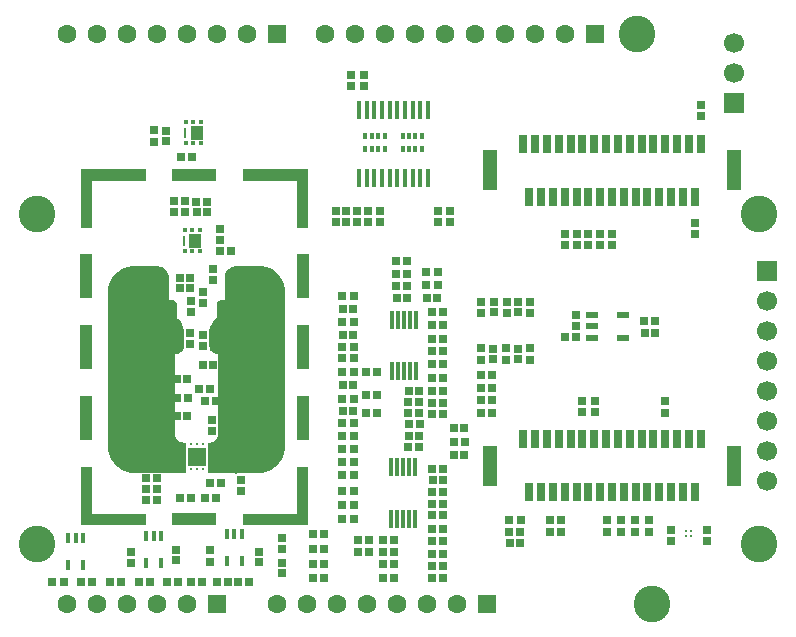
<source format=gts>
G04*
G04 #@! TF.GenerationSoftware,Altium Limited,Altium Designer,20.1.11 (218)*
G04*
G04 Layer_Color=10964583*
%FSLAX25Y25*%
%MOIN*%
G70*
G04*
G04 #@! TF.SameCoordinates,FBA81C19-FCCB-422B-9B6C-78DF9D3B5762*
G04*
G04*
G04 #@! TF.FilePolarity,Negative*
G04*
G01*
G75*
%ADD16R,0.04331X0.02362*%
%ADD17R,0.01772X0.05906*%
%ADD19R,0.14961X0.03937*%
%ADD20R,0.03937X0.14961*%
%ADD21R,0.01772X0.02362*%
%ADD22R,0.01181X0.02362*%
%ADD24R,0.00394X0.00984*%
%ADD25R,0.00984X0.00984*%
%ADD27R,0.02756X0.05906*%
%ADD28R,0.05118X0.13386*%
%ADD32C,0.01035*%
%ADD33R,0.01778X0.03747*%
%ADD34R,0.01575X0.06102*%
%ADD35R,0.02841X0.02684*%
%ADD36R,0.05906X0.05906*%
%ADD37R,0.00984X0.00984*%
%ADD38R,0.01384X0.01384*%
%ADD39R,0.00636X0.00872*%
%ADD40R,0.01378X0.01181*%
%ADD41R,0.04134X0.04921*%
%ADD42R,0.01102X0.03268*%
%ADD43R,0.02841X0.02959*%
%ADD44R,0.02959X0.02841*%
%ADD45R,0.02684X0.02841*%
%ADD46C,0.02368*%
%ADD47C,0.06306*%
%ADD48R,0.06306X0.06306*%
%ADD49C,0.06693*%
%ADD50R,0.06693X0.06693*%
%ADD51C,0.12211*%
%ADD52C,0.02565*%
%ADD53C,0.03747*%
G36*
X90985Y136335D02*
X87048D01*
Y152004D01*
X69135D01*
Y155941D01*
X90985D01*
Y136335D01*
D02*
G37*
G36*
X36851Y152004D02*
X18938D01*
Y136335D01*
X15001D01*
Y155941D01*
X36851D01*
Y152004D01*
D02*
G37*
G36*
X77134Y123285D02*
X78702Y122635D01*
X80113Y121692D01*
X81313Y120492D01*
X82256Y119081D01*
X82906Y117513D01*
X83237Y115849D01*
Y115000D01*
Y63662D01*
Y62780D01*
X82893Y61050D01*
X82218Y59421D01*
X81238Y57954D01*
X79990Y56707D01*
X78523Y55727D01*
X76894Y55051D01*
X75164Y54707D01*
X57386D01*
Y64363D01*
Y64425D01*
X57434Y64540D01*
X57522Y64628D01*
X57637Y64675D01*
X57699D01*
X58020Y64691D01*
X58648Y64816D01*
X59240Y65061D01*
X59773Y65417D01*
X60226Y65871D01*
X60582Y66404D01*
X60828Y66996D01*
X60953Y67624D01*
X60968Y67945D01*
Y94200D01*
X60670D01*
X60085Y94316D01*
X59534Y94545D01*
X59038Y94876D01*
X58616Y95298D01*
X58285Y95794D01*
X58056Y96345D01*
X57940Y96930D01*
Y97228D01*
Y101351D01*
Y101998D01*
X58193Y103269D01*
X58688Y104465D01*
X59408Y105542D01*
X59866Y106000D01*
X59993Y106141D01*
X60204Y106456D01*
X60349Y106806D01*
X60423Y107178D01*
X60432Y107368D01*
Y110900D01*
Y111179D01*
X60646Y111693D01*
X61039Y112087D01*
X61554Y112300D01*
X62601D01*
X62698Y112310D01*
X62879Y112384D01*
X63017Y112522D01*
X63091Y112703D01*
X63101Y112800D01*
Y119834D01*
Y120206D01*
X63246Y120937D01*
X63531Y121625D01*
X63945Y122245D01*
X64472Y122771D01*
X65092Y123185D01*
X65780Y123470D01*
X66511Y123616D01*
X75469D01*
X77134Y123285D01*
D02*
G37*
G36*
X41710Y123470D02*
X42398Y123185D01*
X43018Y122771D01*
X43544Y122245D01*
X43958Y121625D01*
X44243Y120937D01*
X44389Y120206D01*
Y119834D01*
Y112800D01*
X44398Y112703D01*
X44473Y112522D01*
X44611Y112384D01*
X44791Y112310D01*
X44889Y112300D01*
X45936D01*
X46450Y112087D01*
X46844Y111693D01*
X47057Y111179D01*
Y110900D01*
Y107368D01*
X47067Y107178D01*
X47140Y106806D01*
X47286Y106456D01*
X47496Y106141D01*
X47624Y106000D01*
X48081Y105542D01*
X48801Y104465D01*
X49297Y103269D01*
X49549Y101998D01*
Y101351D01*
Y97228D01*
Y96930D01*
X49433Y96345D01*
X49205Y95794D01*
X48873Y95298D01*
X48452Y94876D01*
X47956Y94545D01*
X47405Y94316D01*
X46819Y94200D01*
X46521D01*
Y67945D01*
X46537Y67624D01*
X46662Y66996D01*
X46907Y66404D01*
X47263Y65871D01*
X47716Y65417D01*
X48249Y65061D01*
X48841Y64816D01*
X49470Y64691D01*
X49790Y64675D01*
X49852D01*
X49967Y64628D01*
X50055Y64540D01*
X50103Y64425D01*
Y64363D01*
Y54707D01*
X32326D01*
X30596Y55051D01*
X28966Y55727D01*
X27499Y56707D01*
X26252Y57954D01*
X25272Y59421D01*
X24597Y61050D01*
X24253Y62780D01*
Y63662D01*
Y115000D01*
Y115849D01*
X24584Y117513D01*
X25233Y119081D01*
X26176Y120492D01*
X27376Y121692D01*
X28787Y122635D01*
X30356Y123285D01*
X32020Y123616D01*
X40979D01*
X41710Y123470D01*
D02*
G37*
G36*
X90985Y37201D02*
X69135D01*
Y41138D01*
X87048D01*
Y56807D01*
X90985D01*
Y37201D01*
D02*
G37*
G36*
X18938Y41138D02*
X36851D01*
Y37201D01*
X15001D01*
Y56807D01*
X18938D01*
Y41138D01*
D02*
G37*
D16*
X185492Y107220D02*
D03*
Y103479D02*
D03*
Y99739D02*
D03*
X195728D02*
D03*
Y107220D02*
D03*
D17*
X107857Y175729D02*
D03*
X110415D02*
D03*
X112975D02*
D03*
X115534D02*
D03*
X118093D02*
D03*
X125770D02*
D03*
X128329D02*
D03*
X130888D02*
D03*
Y152894D02*
D03*
X128329D02*
D03*
X125770D02*
D03*
X118093D02*
D03*
X115534D02*
D03*
X112975D02*
D03*
X110415D02*
D03*
X107857D02*
D03*
X120652Y175729D02*
D03*
X123211Y152894D02*
D03*
X120652D02*
D03*
X123211Y175729D02*
D03*
D19*
X52993Y153973D02*
D03*
Y39170D02*
D03*
D20*
X16969Y72949D02*
D03*
Y96571D02*
D03*
Y120193D02*
D03*
X89017Y72949D02*
D03*
Y96571D02*
D03*
Y120193D02*
D03*
D21*
X109979Y162598D02*
D03*
X116475D02*
D03*
Y166929D02*
D03*
X109979D02*
D03*
X128830D02*
D03*
Y162598D02*
D03*
X122334Y166929D02*
D03*
Y162598D02*
D03*
D22*
X112243D02*
D03*
X114212D02*
D03*
Y166929D02*
D03*
X112243D02*
D03*
X126566D02*
D03*
Y162598D02*
D03*
X124598D02*
D03*
Y166929D02*
D03*
D24*
X48912Y60122D02*
D03*
D25*
X51772Y64252D02*
D03*
X53740D02*
D03*
X55709D02*
D03*
Y55984D02*
D03*
X53740D02*
D03*
X51772D02*
D03*
D27*
X162639Y164370D02*
D03*
X164608Y146653D02*
D03*
X166576Y164370D02*
D03*
X170513D02*
D03*
X172482Y146653D02*
D03*
X174451Y164370D02*
D03*
X176419Y146653D02*
D03*
X178387Y164370D02*
D03*
X180356Y146653D02*
D03*
X182325Y164370D02*
D03*
X184293Y146653D02*
D03*
X186261Y164370D02*
D03*
X188230Y146653D02*
D03*
X190199Y164370D02*
D03*
X192167Y146653D02*
D03*
X194135Y164370D02*
D03*
X196104Y146653D02*
D03*
X198073Y164370D02*
D03*
X200041Y146653D02*
D03*
X202010Y164370D02*
D03*
X203978Y146653D02*
D03*
X205946Y164370D02*
D03*
X207915Y146653D02*
D03*
X209883Y164370D02*
D03*
X211852Y146653D02*
D03*
X213821Y164370D02*
D03*
X215789Y146653D02*
D03*
X217758Y164370D02*
D03*
X219726Y146653D02*
D03*
X221694Y164370D02*
D03*
X168545Y146653D02*
D03*
X219726Y48228D02*
D03*
X217758Y65945D02*
D03*
X215789Y48228D02*
D03*
X213821Y65945D02*
D03*
X211852Y48228D02*
D03*
X209883Y65945D02*
D03*
X207915Y48228D02*
D03*
X205946Y65945D02*
D03*
X203978Y48228D02*
D03*
X202010Y65945D02*
D03*
X200041Y48228D02*
D03*
X198073Y65945D02*
D03*
X196104Y48228D02*
D03*
X194135Y65945D02*
D03*
X192167Y48228D02*
D03*
X190199Y65945D02*
D03*
X188230Y48228D02*
D03*
X184293D02*
D03*
X180356D02*
D03*
X178387Y65945D02*
D03*
X174451D02*
D03*
X172482Y48228D02*
D03*
X170513Y65945D02*
D03*
X168545Y48228D02*
D03*
X166576Y65945D02*
D03*
X164608Y48228D02*
D03*
X162639Y65945D02*
D03*
X221694D02*
D03*
X182325D02*
D03*
X186261D02*
D03*
X176419Y48228D02*
D03*
D28*
X151419Y155512D02*
D03*
X232915D02*
D03*
Y57087D02*
D03*
X151419D02*
D03*
D32*
X218473Y33652D02*
D03*
X216898D02*
D03*
Y35226D02*
D03*
X218473D02*
D03*
D33*
X15898Y32984D02*
D03*
X13339D02*
D03*
X10780D02*
D03*
Y24126D02*
D03*
X15898D02*
D03*
X68856Y25315D02*
D03*
X63738D02*
D03*
Y34173D02*
D03*
X66297D02*
D03*
X68856D02*
D03*
X41989Y33498D02*
D03*
X39430D02*
D03*
X36871D02*
D03*
Y24640D02*
D03*
X41989D02*
D03*
D34*
X126499Y56793D02*
D03*
X124531D02*
D03*
X122563D02*
D03*
X120594D02*
D03*
X118625D02*
D03*
Y39470D02*
D03*
X120594D02*
D03*
X122563D02*
D03*
X124531D02*
D03*
X126499D02*
D03*
X126672Y88482D02*
D03*
X124703D02*
D03*
X122735D02*
D03*
X120766D02*
D03*
X118798D02*
D03*
Y105805D02*
D03*
X120766D02*
D03*
X122735D02*
D03*
X124703D02*
D03*
X126672D02*
D03*
D35*
X209883Y74812D02*
D03*
Y78513D02*
D03*
X51940Y108303D02*
D03*
Y112004D02*
D03*
X51474Y97610D02*
D03*
Y101311D02*
D03*
X39603Y165140D02*
D03*
Y168841D02*
D03*
X55666Y114854D02*
D03*
Y111153D02*
D03*
X110880Y138275D02*
D03*
Y141976D02*
D03*
X107078Y138333D02*
D03*
Y142034D02*
D03*
X61625Y132315D02*
D03*
Y136016D02*
D03*
X55709Y96820D02*
D03*
Y100521D02*
D03*
X190559Y38845D02*
D03*
Y35144D02*
D03*
X59110Y122729D02*
D03*
Y119028D02*
D03*
X186421Y78623D02*
D03*
Y74923D02*
D03*
X182283Y78728D02*
D03*
Y75027D02*
D03*
X195324Y38845D02*
D03*
Y35144D02*
D03*
X221699Y177349D02*
D03*
Y173648D02*
D03*
X219699Y134231D02*
D03*
Y137931D02*
D03*
X199989Y35144D02*
D03*
Y38845D02*
D03*
X204339Y35144D02*
D03*
Y38845D02*
D03*
X134312Y142035D02*
D03*
Y138335D02*
D03*
X138323Y142035D02*
D03*
Y138335D02*
D03*
X223898Y35590D02*
D03*
Y31890D02*
D03*
X211852Y35592D02*
D03*
Y31891D02*
D03*
X31935Y24483D02*
D03*
Y28183D02*
D03*
X105283Y183588D02*
D03*
Y187289D02*
D03*
X58300Y25131D02*
D03*
Y28831D02*
D03*
X68599Y48610D02*
D03*
Y52311D02*
D03*
X114690Y141972D02*
D03*
Y138271D02*
D03*
X148448Y96150D02*
D03*
Y92450D02*
D03*
X156810Y92466D02*
D03*
Y96167D02*
D03*
X148448Y111809D02*
D03*
Y108108D02*
D03*
X157016Y108108D02*
D03*
Y111809D02*
D03*
X164753Y92466D02*
D03*
Y96167D02*
D03*
X164988Y111809D02*
D03*
Y108108D02*
D03*
X188230Y134260D02*
D03*
Y130559D02*
D03*
X192167Y134260D02*
D03*
Y130559D02*
D03*
X184293Y134260D02*
D03*
Y130559D02*
D03*
X180356Y134260D02*
D03*
Y130559D02*
D03*
X176419Y134260D02*
D03*
Y130559D02*
D03*
D36*
X53740Y60118D02*
D03*
D37*
X57874Y64055D02*
D03*
Y62087D02*
D03*
Y60118D02*
D03*
Y58150D02*
D03*
Y56181D02*
D03*
X49606D02*
D03*
Y58150D02*
D03*
Y60118D02*
D03*
Y62086D02*
D03*
Y64055D02*
D03*
D38*
X43379Y100257D02*
D03*
X63961Y100295D02*
D03*
D39*
X58480Y60122D02*
D03*
D40*
X52578Y171557D02*
D03*
X55137D02*
D03*
X50019D02*
D03*
Y164667D02*
D03*
X55137D02*
D03*
X52578D02*
D03*
X52227Y128616D02*
D03*
X54786D02*
D03*
X49668D02*
D03*
Y135506D02*
D03*
X54786D02*
D03*
X52227D02*
D03*
D41*
X53681Y168093D02*
D03*
X53329Y132041D02*
D03*
D42*
X49685Y168093D02*
D03*
X49333Y132041D02*
D03*
D43*
X160942Y108226D02*
D03*
Y111691D02*
D03*
X74621Y24933D02*
D03*
Y28397D02*
D03*
X46819Y25506D02*
D03*
Y28971D02*
D03*
X82228Y29385D02*
D03*
Y32850D02*
D03*
Y24616D02*
D03*
Y21151D02*
D03*
X180092Y107212D02*
D03*
Y103747D02*
D03*
X103432Y141916D02*
D03*
Y138451D02*
D03*
X109547Y187172D02*
D03*
Y183708D02*
D03*
X100148Y141916D02*
D03*
Y138451D02*
D03*
X43444Y165222D02*
D03*
Y168686D02*
D03*
X152498Y96032D02*
D03*
Y92568D02*
D03*
X160931Y96049D02*
D03*
Y92585D02*
D03*
X152898Y111691D02*
D03*
Y108226D02*
D03*
D44*
X51634Y119587D02*
D03*
X48170D02*
D03*
X51634Y116276D02*
D03*
X48170D02*
D03*
X53783Y141679D02*
D03*
X57248D02*
D03*
X50573Y85892D02*
D03*
X47109D02*
D03*
X50736Y79745D02*
D03*
X47271D02*
D03*
X50654Y73508D02*
D03*
X47189D02*
D03*
X36954Y52953D02*
D03*
X40419D02*
D03*
X62437Y72470D02*
D03*
X58973D02*
D03*
X61635Y128613D02*
D03*
X65100D02*
D03*
X55730Y90746D02*
D03*
X59194D02*
D03*
X148532Y87412D02*
D03*
X151997D02*
D03*
X132343Y52204D02*
D03*
X135807D02*
D03*
X124410Y66915D02*
D03*
X127875D02*
D03*
X132293Y90878D02*
D03*
X135757D02*
D03*
X132214Y40551D02*
D03*
X135679D02*
D03*
X132293Y103883D02*
D03*
X135757D02*
D03*
X102439Y100697D02*
D03*
X105904D02*
D03*
X130442Y113094D02*
D03*
X133907D02*
D03*
X92598Y34173D02*
D03*
X96063D02*
D03*
X105904Y83932D02*
D03*
X102439D02*
D03*
X92598Y24424D02*
D03*
X96063D02*
D03*
X142914Y69488D02*
D03*
X139450D02*
D03*
X132293Y95233D02*
D03*
X135757D02*
D03*
X132293Y86186D02*
D03*
X135757D02*
D03*
X127874Y82136D02*
D03*
X124409D02*
D03*
X115872Y28323D02*
D03*
X119337D02*
D03*
X139450Y60630D02*
D03*
X142914D02*
D03*
X115874Y19758D02*
D03*
X119339D02*
D03*
X161536Y31166D02*
D03*
X158071D02*
D03*
X175073Y39006D02*
D03*
X171608D02*
D03*
X206531Y101213D02*
D03*
X203067D02*
D03*
X105904Y75356D02*
D03*
X102439D02*
D03*
Y109438D02*
D03*
X105904D02*
D03*
X120345Y113094D02*
D03*
X123810D02*
D03*
X113737Y88213D02*
D03*
X110273D02*
D03*
D45*
X57252Y145009D02*
D03*
X53551D02*
D03*
X49900Y141797D02*
D03*
X46199D02*
D03*
X46243Y145344D02*
D03*
X49944D02*
D03*
X62536Y68766D02*
D03*
X58835D02*
D03*
X36817Y45538D02*
D03*
X40517D02*
D03*
X106022Y104919D02*
D03*
X102321D02*
D03*
X148494Y83050D02*
D03*
X152195D02*
D03*
X135925Y55950D02*
D03*
X132224D02*
D03*
X106022Y113624D02*
D03*
X102321D02*
D03*
X134025Y121780D02*
D03*
X130324D02*
D03*
X124363Y70865D02*
D03*
X128064D02*
D03*
X127992Y63146D02*
D03*
X124291D02*
D03*
X102323Y48672D02*
D03*
X106024D02*
D03*
X123927Y125190D02*
D03*
X120226D02*
D03*
X106024Y53910D02*
D03*
X102323D02*
D03*
X123927Y117020D02*
D03*
X120226D02*
D03*
X102321Y79467D02*
D03*
X106022D02*
D03*
X102323Y39454D02*
D03*
X106024D02*
D03*
X135875Y108246D02*
D03*
X132175D02*
D03*
X102323Y71272D02*
D03*
X106024D02*
D03*
X106022Y96628D02*
D03*
X102321D02*
D03*
X111117Y32350D02*
D03*
X107417D02*
D03*
X135875Y99460D02*
D03*
X132175D02*
D03*
X135755Y35855D02*
D03*
X132055D02*
D03*
X132175Y78088D02*
D03*
X135875D02*
D03*
X135875Y82052D02*
D03*
X132175D02*
D03*
X96181Y19758D02*
D03*
X92480D02*
D03*
X139331Y64963D02*
D03*
X143032D02*
D03*
X113719Y80674D02*
D03*
X110019D02*
D03*
X135755Y31836D02*
D03*
X132055D02*
D03*
X119455Y32350D02*
D03*
X115754D02*
D03*
X132055Y27802D02*
D03*
X135755D02*
D03*
X127992Y78347D02*
D03*
X124291D02*
D03*
X132176Y74307D02*
D03*
X135877D02*
D03*
X115756Y24152D02*
D03*
X119457D02*
D03*
X135755Y19756D02*
D03*
X132054D02*
D03*
X127992Y74495D02*
D03*
X124291D02*
D03*
X135925Y44257D02*
D03*
X132224D02*
D03*
X157953Y35028D02*
D03*
X161654D02*
D03*
X161664Y38932D02*
D03*
X157964D02*
D03*
X171488Y35028D02*
D03*
X175189D02*
D03*
X176441Y99952D02*
D03*
X180142D02*
D03*
X206550Y105270D02*
D03*
X202849D02*
D03*
X67528Y18298D02*
D03*
X71229D02*
D03*
X51804D02*
D03*
X55505D02*
D03*
X38150D02*
D03*
X34449D02*
D03*
X28550D02*
D03*
X24849D02*
D03*
X18950D02*
D03*
X15249D02*
D03*
X5649D02*
D03*
X9350D02*
D03*
X130324Y117398D02*
D03*
X134025D02*
D03*
X102323Y67143D02*
D03*
X106024D02*
D03*
X36835Y49264D02*
D03*
X40536D02*
D03*
X132224Y48309D02*
D03*
X135925D02*
D03*
X106024Y62530D02*
D03*
X102323D02*
D03*
X56401Y46409D02*
D03*
X60101D02*
D03*
X48265Y46411D02*
D03*
X51965D02*
D03*
X58079Y51172D02*
D03*
X61780D02*
D03*
X64250Y18298D02*
D03*
X60549D02*
D03*
X47650D02*
D03*
X43949D02*
D03*
X96181Y29336D02*
D03*
X92480D02*
D03*
X106022Y88398D02*
D03*
X102321D02*
D03*
X102321Y92886D02*
D03*
X106022D02*
D03*
X148494Y78999D02*
D03*
X152195D02*
D03*
X148494Y74769D02*
D03*
X152195D02*
D03*
X120226Y121075D02*
D03*
X123927D02*
D03*
X113855Y74495D02*
D03*
X110155D02*
D03*
X106024Y58428D02*
D03*
X102323D02*
D03*
X111117Y28324D02*
D03*
X107417D02*
D03*
X102323Y44144D02*
D03*
X106024D02*
D03*
X132055Y23714D02*
D03*
X135755D02*
D03*
X60301Y78725D02*
D03*
X56600D02*
D03*
X48544Y159957D02*
D03*
X52245D02*
D03*
X58044Y82624D02*
D03*
X54343D02*
D03*
D46*
X38032Y113425D02*
D03*
X69672Y113451D02*
D03*
X35473Y115984D02*
D03*
X40591D02*
D03*
Y110866D02*
D03*
X67112Y116010D02*
D03*
X72231D02*
D03*
X67112Y110892D02*
D03*
X72231D02*
D03*
X35473Y110866D02*
D03*
D47*
X80395Y10967D02*
D03*
X90395D02*
D03*
X100395D02*
D03*
X110395D02*
D03*
X120395D02*
D03*
X130395D02*
D03*
X140395D02*
D03*
X50395D02*
D03*
X40395D02*
D03*
X30395D02*
D03*
X20395D02*
D03*
X10395D02*
D03*
X176395Y200967D02*
D03*
X156395D02*
D03*
X146395D02*
D03*
X136395D02*
D03*
X126395D02*
D03*
X116395D02*
D03*
X106395D02*
D03*
X96395D02*
D03*
X166395D02*
D03*
X70395D02*
D03*
X60395D02*
D03*
X50395D02*
D03*
X40395D02*
D03*
X30395D02*
D03*
X20395D02*
D03*
X10395D02*
D03*
D48*
X150395Y10967D02*
D03*
X60395D02*
D03*
X186395Y200967D02*
D03*
X80395D02*
D03*
D49*
X243988Y91898D02*
D03*
Y101898D02*
D03*
Y111898D02*
D03*
Y61898D02*
D03*
Y51898D02*
D03*
Y71898D02*
D03*
Y81898D02*
D03*
X232915Y198071D02*
D03*
Y188071D02*
D03*
D50*
X243988Y121898D02*
D03*
X232915Y178071D02*
D03*
D51*
X241181Y31142D02*
D03*
Y141142D02*
D03*
X205591Y11142D02*
D03*
X200591Y201142D02*
D03*
X592Y141142D02*
D03*
Y31142D02*
D03*
D52*
X63962Y100293D02*
D03*
X43381D02*
D03*
X44436Y67220D02*
D03*
X42742Y71992D02*
D03*
X44394Y76835D02*
D03*
X66827Y55701D02*
D03*
X59866Y96808D02*
D03*
X47842Y97228D02*
D03*
X61967Y106533D02*
D03*
X63175Y93726D02*
D03*
X55312Y58528D02*
D03*
X52178D02*
D03*
X52153Y61687D02*
D03*
X66827Y64541D02*
D03*
X59637Y102032D02*
D03*
X45515Y106992D02*
D03*
X47842Y57836D02*
D03*
X47849Y62407D02*
D03*
X44548Y94461D02*
D03*
X47912Y101900D02*
D03*
X62445Y75356D02*
D03*
X55336Y61687D02*
D03*
D53*
X67501Y120456D02*
D03*
X80910Y93300D02*
D03*
Y99756D02*
D03*
Y86786D02*
D03*
X30143Y58628D02*
D03*
X74239Y120937D02*
D03*
X80908Y73488D02*
D03*
X80910Y66700D02*
D03*
X77134Y58800D02*
D03*
X38271Y121092D02*
D03*
X30340Y120746D02*
D03*
X26299Y113425D02*
D03*
Y106706D02*
D03*
Y100293D02*
D03*
Y93370D02*
D03*
Y87270D02*
D03*
X79333Y118423D02*
D03*
X80910Y112963D02*
D03*
X26299Y81021D02*
D03*
X26298Y73703D02*
D03*
X71701Y58800D02*
D03*
X75735Y63877D02*
D03*
X76035Y70141D02*
D03*
Y76800D02*
D03*
X80910Y80102D02*
D03*
X76035Y83423D02*
D03*
Y90100D02*
D03*
Y96500D02*
D03*
X31780D02*
D03*
Y90100D02*
D03*
Y83423D02*
D03*
Y76800D02*
D03*
Y70144D02*
D03*
X31778Y63877D02*
D03*
X35813Y58800D02*
D03*
X76035Y103058D02*
D03*
X80910Y106400D02*
D03*
X31780Y103058D02*
D03*
X26299Y66269D02*
D03*
M02*

</source>
